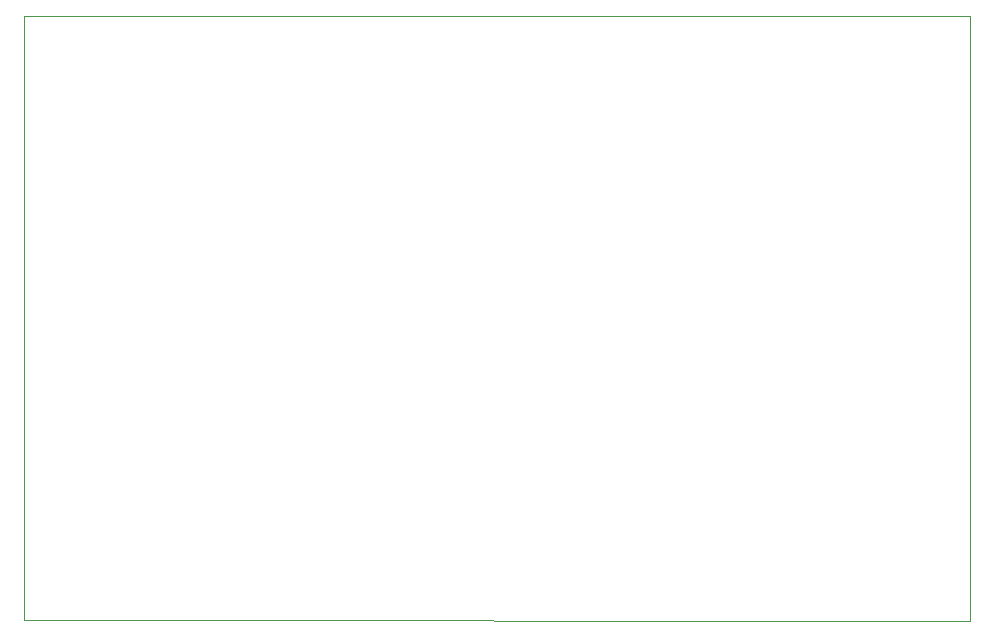
<source format=gm1>
%TF.GenerationSoftware,KiCad,Pcbnew,9.0.4*%
%TF.CreationDate,2025-10-24T17:45:03+05:30*%
%TF.ProjectId,waterlevel project1,77617465-726c-4657-9665-6c2070726f6a,rev?*%
%TF.SameCoordinates,Original*%
%TF.FileFunction,Profile,NP*%
%FSLAX46Y46*%
G04 Gerber Fmt 4.6, Leading zero omitted, Abs format (unit mm)*
G04 Created by KiCad (PCBNEW 9.0.4) date 2025-10-24 17:45:03*
%MOMM*%
%LPD*%
G01*
G04 APERTURE LIST*
%TA.AperFunction,Profile*%
%ADD10C,0.050000*%
%TD*%
G04 APERTURE END LIST*
D10*
X35509200Y-80441800D02*
X35509200Y-131635500D01*
X35509200Y-131635500D02*
X115570000Y-131660876D01*
X115570000Y-131660876D02*
X115570000Y-80492600D01*
X115265200Y-80492600D02*
X115570000Y-80492600D01*
X114833400Y-80492600D02*
X35509200Y-80441800D01*
X114833400Y-80492600D02*
X115265200Y-80492600D01*
M02*

</source>
